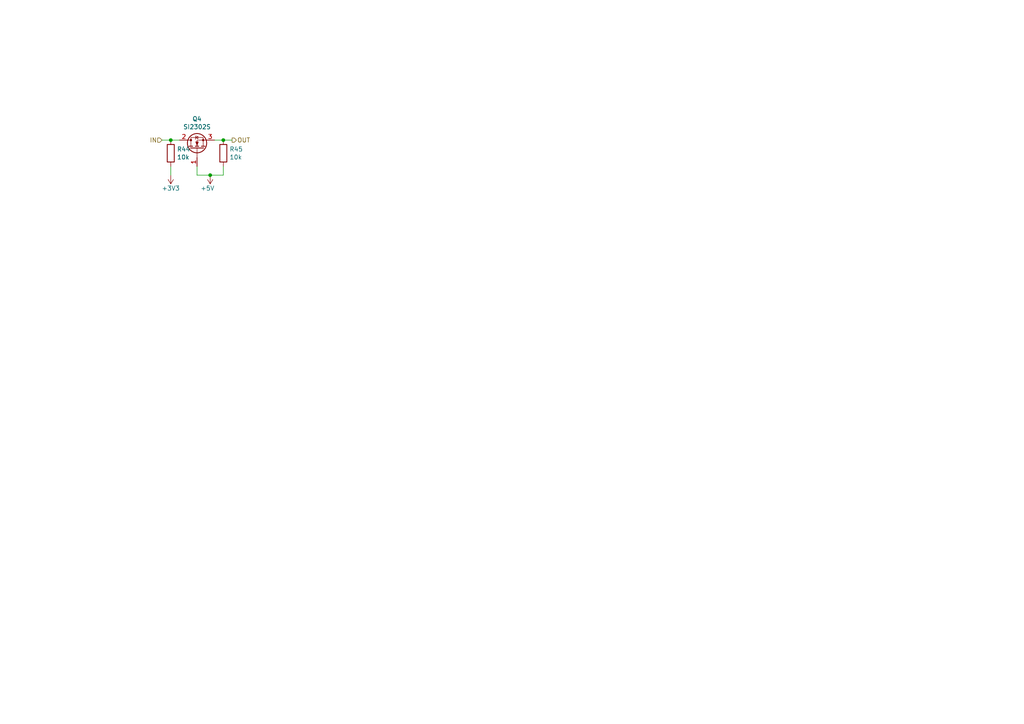
<source format=kicad_sch>
(kicad_sch (version 20211123) (generator eeschema)
  (paper "A4")
  (lib_symbols
    (symbol "Device:Q_NMOS_GDS" (pin_names (offset 0) hide)
      (property "Reference" "Q" (at 5.08 1.27 0))
      (property "Value" "Q_NMOS_GDS" (at 5.08 -1.27 0))
      (symbol "Q_NMOS_GDS_0_1"
        (polyline (pts (xy 0.254 0) (xy -2.54 0)))
        (polyline (pts (xy 0.254 1.905) (xy 0.254 -1.905)) (stroke (width 0.254)))
        (polyline (pts (xy 0.762 -1.27) (xy 0.762 -2.286)) (stroke (width 0.254)))
        (polyline (pts (xy 0.762 0.508) (xy 0.762 -0.508)) (stroke (width 0.254)))
        (polyline (pts (xy 0.762 2.286) (xy 0.762 1.27)) (stroke (width 0.254)))
        (polyline (pts (xy 2.54 2.54) (xy 2.54 1.778)))
        (polyline (pts (xy 2.54 -2.54) (xy 2.54 0) (xy 0.762 0)))
        (polyline (pts (xy 0.762 -1.778) (xy 3.302 -1.778) (xy 3.302 1.778) (xy 0.762 1.778)))
        (polyline (pts (xy 1.016 0) (xy 2.032 0.381) (xy 2.032 -0.381) (xy 1.016 0)) (fill (type outline)))
        (polyline (pts (xy 2.794 0.508) (xy 2.921 0.381) (xy 3.683 0.381) (xy 3.81 0.254)))
        (polyline (pts (xy 3.302 0.381) (xy 2.921 -0.254) (xy 3.683 -0.254) (xy 3.302 0.381)))
        (circle (center 1.651 0) (radius 2.794) (stroke (width 0.254)))
        (circle (center 2.54 -1.778) (radius 0.254) (fill (type outline)))
        (circle (center 2.54 1.778) (radius 0.254) (fill (type outline)))
      )
      (symbol "Q_NMOS_GDS_1_1"
        (pin input line (at -5.08 0 0) (length 2.54) (name "G") (number "1"))
        (pin passive line (at 2.54 5.08 270) (length 2.54) (name "D") (number "2"))
        (pin passive line (at 2.54 -5.08 90) (length 2.54) (name "S") (number "3"))
      )
    )
    (symbol "Device:R" (pin_numbers hide) (pin_names (offset 0))
      (property "Reference" "R" (at 2.032 0 90))
      (property "Value" "R" (at 0 0 90))
      (symbol "R_0_1"
        (rectangle (start -1.016 -2.54) (end 1.016 2.54) (stroke (width 0.254)))
      )
      (symbol "R_1_1"
        (pin passive line (at 0 3.81 270) (length 1.27) (name "~") (number "1"))
        (pin passive line (at 0 -3.81 90) (length 1.27) (name "~") (number "2"))
      )
    )
    (symbol "power:+3.3V" (power) (pin_names (offset 0))
      (property "Value" "+3.3V" (at 0 3.556 0))
      (symbol "+3.3V_0_1"
        (polyline (pts (xy -0.762 1.27) (xy 0 2.54)))
        (polyline (pts (xy 0 0) (xy 0 2.54)))
        (polyline (pts (xy 0 2.54) (xy 0.762 1.27)))
      )
      (symbol "+3.3V_1_1"
        (pin power_in line (at 0 0 90) (length 0) hide (name "+3V3") (number "1"))
      )
    )
    (symbol "power:+5V" (power) (pin_names (offset 0))
      (property "Value" "+5V" (at 0 3.556 0))
      (symbol "+5V_0_1"
        (polyline (pts (xy -0.762 1.27) (xy 0 2.54)))
        (polyline (pts (xy 0 0) (xy 0 2.54)))
        (polyline (pts (xy 0 2.54) (xy 0.762 1.27)))
      )
      (symbol "+5V_1_1"
        (pin power_in line (at 0 0 90) (length 0) hide (name "+5V") (number "1"))
      )
    )
  )
  (junction (at 49.53 40.64))
  (junction (at 60.96 50.8))
  (junction (at 64.77 40.64))
  (wire (pts (xy 64.77 50.8) (xy 64.77 48.26)))
  (wire (pts (xy 64.77 40.64) (xy 67.31 40.64)))
  (wire (pts (xy 49.53 50.8) (xy 49.53 48.26)))
  (wire (pts (xy 57.15 48.26) (xy 57.15 50.8)))
  (wire (pts (xy 62.23 40.64) (xy 64.77 40.64)))
  (wire (pts (xy 60.96 50.8) (xy 64.77 50.8)))
  (wire (pts (xy 49.53 40.64) (xy 52.07 40.64)))
  (wire (pts (xy 46.99 40.64) (xy 49.53 40.64)))
  (wire (pts (xy 57.15 50.8) (xy 60.96 50.8)))
  (hierarchical_label "OUT" (shape output) (at 67.31 40.64 0))
  (hierarchical_label "IN" (shape input) (at 46.99 40.64 180))
  (symbol (lib_id "Device:R") (at 49.53 44.45 0)
    (property "Reference" "R44" (at 51.308 43.2816 0) (effects (justify left)))
    (property "Value" "10k" (at 51.308 45.593 0) (effects (justify left)))
    (property "Footprint" "Resistor_SMD:R_0603_1608Metric" (effects hide))
  )
  (symbol (lib_id "power:+5V") (at 60.96 50.8 180)
    (property "Reference" "#PWR062" (effects hide))
    (property "Value" "+5V" (at 62.23 54.61 0) (effects (justify left)))
  )
  (symbol (lib_id "Device:R") (at 64.77 44.45 0)
    (property "Reference" "R45" (at 66.548 43.2816 0) (effects (justify left)))
    (property "Value" "10k" (at 66.548 45.593 0) (effects (justify left)))
    (property "Footprint" "Resistor_SMD:R_0603_1608Metric" (effects hide))
  )
  (symbol (lib_id "power:+3.3V") (at 49.53 50.8 180)
    (property "Reference" "#PWR063" (effects hide))
    (property "Value" "+3.3V" (at 49.53 54.61 0))
  )
  (symbol (lib_id "Device:Q_NMOS_GDS") (at 57.15 43.18 90)
    (property "Reference" "Q4" (at 57.15 34.4932 90))
    (property "Value" "SI2302S" (at 57.15 36.8046 90))
    (property "Footprint" "Package_TO_SOT_SMD:SOT-23" (effects hide))
  )
)
</source>
